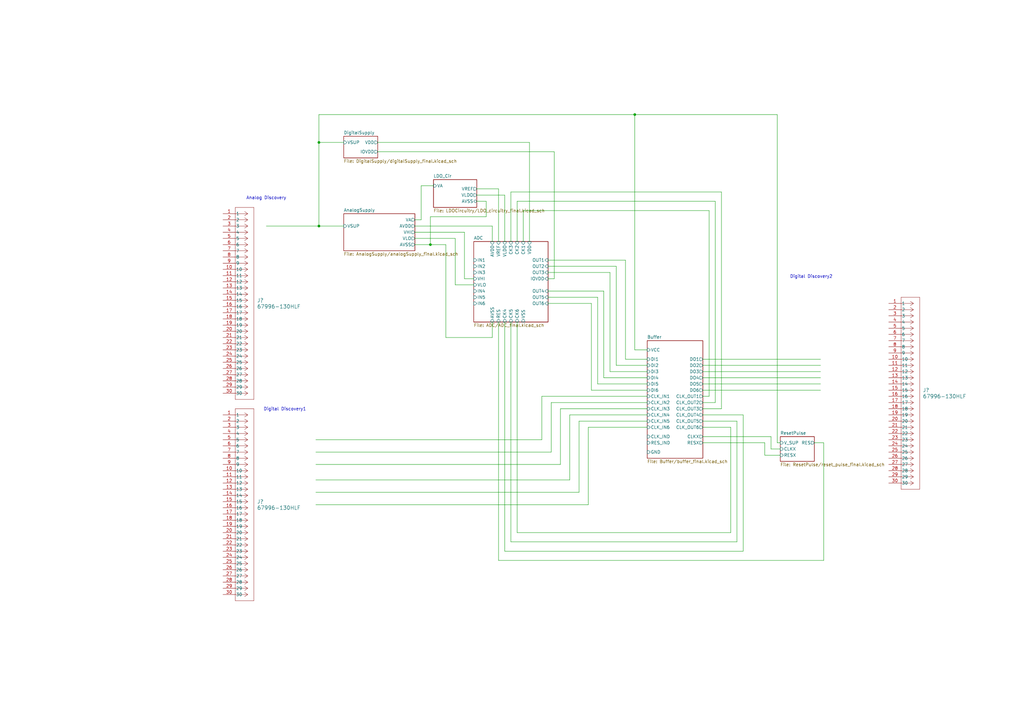
<source format=kicad_sch>
(kicad_sch (version 20231120) (generator "eeschema") (generator_version "8.0")
  (paper "A3")
  (lib_symbols
    (symbol "15x2Header:67996-130HLF" (pin_names (offset 0.254))
      (property "Reference" "J" (at 8.89 6.35 0))
      (property "Value" "67996-130HLF" (at 0 0 0))
      (symbol "67996-130HLF_1_1"
        (polyline (pts (xy 5.08 -76.2) (xy 12.7 -76.2)) (stroke (width 0.127)))
        (polyline (pts (xy 5.08 2.54) (xy 5.08 -76.2)) (stroke (width 0.127)))
        (polyline (pts (xy 10.16 -73.66) (xy 5.08 -73.66)) (stroke (width 0.127)))
        (polyline (pts (xy 10.16 -73.66) (xy 8.89 -74.5067)) (stroke (width 0.127)))
        (polyline (pts (xy 10.16 -73.66) (xy 8.89 -72.8133)) (stroke (width 0.127)))
        (polyline (pts (xy 10.16 -71.12) (xy 5.08 -71.12)) (stroke (width 0.127)))
        (polyline (pts (xy 10.16 -71.12) (xy 8.89 -71.9667)) (stroke (width 0.127)))
        (polyline (pts (xy 10.16 -71.12) (xy 8.89 -70.2733)) (stroke (width 0.127)))
        (polyline (pts (xy 10.16 -68.58) (xy 5.08 -68.58)) (stroke (width 0.127)))
        (polyline (pts (xy 10.16 -68.58) (xy 8.89 -69.4267)) (stroke (width 0.127)))
        (polyline (pts (xy 10.16 -68.58) (xy 8.89 -67.7333)) (stroke (width 0.127)))
        (polyline (pts (xy 10.16 -66.04) (xy 5.08 -66.04)) (stroke (width 0.127)))
        (polyline (pts (xy 10.16 -66.04) (xy 8.89 -66.8867)) (stroke (width 0.127)))
        (polyline (pts (xy 10.16 -66.04) (xy 8.89 -65.1933)) (stroke (width 0.127)))
        (polyline (pts (xy 10.16 -63.5) (xy 5.08 -63.5)) (stroke (width 0.127)))
        (polyline (pts (xy 10.16 -63.5) (xy 8.89 -64.3467)) (stroke (width 0.127)))
        (polyline (pts (xy 10.16 -63.5) (xy 8.89 -62.6533)) (stroke (width 0.127)))
        (polyline (pts (xy 10.16 -60.96) (xy 5.08 -60.96)) (stroke (width 0.127)))
        (polyline (pts (xy 10.16 -60.96) (xy 8.89 -61.8067)) (stroke (width 0.127)))
        (polyline (pts (xy 10.16 -60.96) (xy 8.89 -60.1133)) (stroke (width 0.127)))
        (polyline (pts (xy 10.16 -58.42) (xy 5.08 -58.42)) (stroke (width 0.127)))
        (polyline (pts (xy 10.16 -58.42) (xy 8.89 -59.2667)) (stroke (width 0.127)))
        (polyline (pts (xy 10.16 -58.42) (xy 8.89 -57.5733)) (stroke (width 0.127)))
        (polyline (pts (xy 10.16 -55.88) (xy 5.08 -55.88)) (stroke (width 0.127)))
        (polyline (pts (xy 10.16 -55.88) (xy 8.89 -56.7267)) (stroke (width 0.127)))
        (polyline (pts (xy 10.16 -55.88) (xy 8.89 -55.0333)) (stroke (width 0.127)))
        (polyline (pts (xy 10.16 -53.34) (xy 5.08 -53.34)) (stroke (width 0.127)))
        (polyline (pts (xy 10.16 -53.34) (xy 8.89 -54.1867)) (stroke (width 0.127)))
        (polyline (pts (xy 10.16 -53.34) (xy 8.89 -52.4933)) (stroke (width 0.127)))
        (polyline (pts (xy 10.16 -50.8) (xy 5.08 -50.8)) (stroke (width 0.127)))
        (polyline (pts (xy 10.16 -50.8) (xy 8.89 -51.6467)) (stroke (width 0.127)))
        (polyline (pts (xy 10.16 -50.8) (xy 8.89 -49.9533)) (stroke (width 0.127)))
        (polyline (pts (xy 10.16 -48.26) (xy 5.08 -48.26)) (stroke (width 0.127)))
        (polyline (pts (xy 10.16 -48.26) (xy 8.89 -49.1067)) (stroke (width 0.127)))
        (polyline (pts (xy 10.16 -48.26) (xy 8.89 -47.4133)) (stroke (width 0.127)))
        (polyline (pts (xy 10.16 -45.72) (xy 5.08 -45.72)) (stroke (width 0.127)))
        (polyline (pts (xy 10.16 -45.72) (xy 8.89 -46.5667)) (stroke (width 0.127)))
        (polyline (pts (xy 10.16 -45.72) (xy 8.89 -44.8733)) (stroke (width 0.127)))
        (polyline (pts (xy 10.16 -43.18) (xy 5.08 -43.18)) (stroke (width 0.127)))
        (polyline (pts (xy 10.16 -43.18) (xy 8.89 -44.0267)) (stroke (width 0.127)))
        (polyline (pts (xy 10.16 -43.18) (xy 8.89 -42.3333)) (stroke (width 0.127)))
        (polyline (pts (xy 10.16 -40.64) (xy 5.08 -40.64)) (stroke (width 0.127)))
        (polyline (pts (xy 10.16 -40.64) (xy 8.89 -41.4867)) (stroke (width 0.127)))
        (polyline (pts (xy 10.16 -40.64) (xy 8.89 -39.7933)) (stroke (width 0.127)))
        (polyline (pts (xy 10.16 -38.1) (xy 5.08 -38.1)) (stroke (width 0.127)))
        (polyline (pts (xy 10.16 -38.1) (xy 8.89 -38.9467)) (stroke (width 0.127)))
        (polyline (pts (xy 10.16 -38.1) (xy 8.89 -37.2533)) (stroke (width 0.127)))
        (polyline (pts (xy 10.16 -35.56) (xy 5.08 -35.56)) (stroke (width 0.127)))
        (polyline (pts (xy 10.16 -35.56) (xy 8.89 -36.4067)) (stroke (width 0.127)))
        (polyline (pts (xy 10.16 -35.56) (xy 8.89 -34.7133)) (stroke (width 0.127)))
        (polyline (pts (xy 10.16 -33.02) (xy 5.08 -33.02)) (stroke (width 0.127)))
        (polyline (pts (xy 10.16 -33.02) (xy 8.89 -33.8667)) (stroke (width 0.127)))
        (polyline (pts (xy 10.16 -33.02) (xy 8.89 -32.1733)) (stroke (width 0.127)))
        (polyline (pts (xy 10.16 -30.48) (xy 5.08 -30.48)) (stroke (width 0.127)))
        (polyline (pts (xy 10.16 -30.48) (xy 8.89 -31.3267)) (stroke (width 0.127)))
        (polyline (pts (xy 10.16 -30.48) (xy 8.89 -29.6333)) (stroke (width 0.127)))
        (polyline (pts (xy 10.16 -27.94) (xy 5.08 -27.94)) (stroke (width 0.127)))
        (polyline (pts (xy 10.16 -27.94) (xy 8.89 -28.7867)) (stroke (width 0.127)))
        (polyline (pts (xy 10.16 -27.94) (xy 8.89 -27.0933)) (stroke (width 0.127)))
        (polyline (pts (xy 10.16 -25.4) (xy 5.08 -25.4)) (stroke (width 0.127)))
        (polyline (pts (xy 10.16 -25.4) (xy 8.89 -26.2467)) (stroke (width 0.127)))
        (polyline (pts (xy 10.16 -25.4) (xy 8.89 -24.5533)) (stroke (width 0.127)))
        (polyline (pts (xy 10.16 -22.86) (xy 5.08 -22.86)) (stroke (width 0.127)))
        (polyline (pts (xy 10.16 -22.86) (xy 8.89 -23.7067)) (stroke (width 0.127)))
        (polyline (pts (xy 10.16 -22.86) (xy 8.89 -22.0133)) (stroke (width 0.127)))
        (polyline (pts (xy 10.16 -20.32) (xy 5.08 -20.32)) (stroke (width 0.127)))
        (polyline (pts (xy 10.16 -20.32) (xy 8.89 -21.1667)) (stroke (width 0.127)))
        (polyline (pts (xy 10.16 -20.32) (xy 8.89 -19.4733)) (stroke (width 0.127)))
        (polyline (pts (xy 10.16 -17.78) (xy 5.08 -17.78)) (stroke (width 0.127)))
        (polyline (pts (xy 10.16 -17.78) (xy 8.89 -18.6267)) (stroke (width 0.127)))
        (polyline (pts (xy 10.16 -17.78) (xy 8.89 -16.9333)) (stroke (width 0.127)))
        (polyline (pts (xy 10.16 -15.24) (xy 5.08 -15.24)) (stroke (width 0.127)))
        (polyline (pts (xy 10.16 -15.24) (xy 8.89 -16.0867)) (stroke (width 0.127)))
        (polyline (pts (xy 10.16 -15.24) (xy 8.89 -14.3933)) (stroke (width 0.127)))
        (polyline (pts (xy 10.16 -12.7) (xy 5.08 -12.7)) (stroke (width 0.127)))
        (polyline (pts (xy 10.16 -12.7) (xy 8.89 -13.5467)) (stroke (width 0.127)))
        (polyline (pts (xy 10.16 -12.7) (xy 8.89 -11.8533)) (stroke (width 0.127)))
        (polyline (pts (xy 10.16 -10.16) (xy 5.08 -10.16)) (stroke (width 0.127)))
        (polyline (pts (xy 10.16 -10.16) (xy 8.89 -11.0067)) (stroke (width 0.127)))
        (polyline (pts (xy 10.16 -10.16) (xy 8.89 -9.3133)) (stroke (width 0.127)))
        (polyline (pts (xy 10.16 -7.62) (xy 5.08 -7.62)) (stroke (width 0.127)))
        (polyline (pts (xy 10.16 -7.62) (xy 8.89 -8.4667)) (stroke (width 0.127)))
        (polyline (pts (xy 10.16 -7.62) (xy 8.89 -6.7733)) (stroke (width 0.127)))
        (polyline (pts (xy 10.16 -5.08) (xy 5.08 -5.08)) (stroke (width 0.127)))
        (polyline (pts (xy 10.16 -5.08) (xy 8.89 -5.9267)) (stroke (width 0.127)))
        (polyline (pts (xy 10.16 -5.08) (xy 8.89 -4.2333)) (stroke (width 0.127)))
        (polyline (pts (xy 10.16 -2.54) (xy 5.08 -2.54)) (stroke (width 0.127)))
        (polyline (pts (xy 10.16 -2.54) (xy 8.89 -3.3867)) (stroke (width 0.127)))
        (polyline (pts (xy 10.16 -2.54) (xy 8.89 -1.6933)) (stroke (width 0.127)))
        (polyline (pts (xy 10.16 0) (xy 5.08 0)) (stroke (width 0.127)))
        (polyline (pts (xy 10.16 0) (xy 8.89 -0.8467)) (stroke (width 0.127)))
        (polyline (pts (xy 10.16 0) (xy 8.89 0.8467)) (stroke (width 0.127)))
        (polyline (pts (xy 12.7 -76.2) (xy 12.7 2.54)) (stroke (width 0.127)))
        (polyline (pts (xy 12.7 2.54) (xy 5.08 2.54)) (stroke (width 0.127)))
        (pin unspecified line (at 0 0 0) (length 5.08) (name "1") (number "1"))
        (pin unspecified line (at 0 -22.86 0) (length 5.08) (name "10") (number "10"))
        (pin unspecified line (at 0 -25.4 0) (length 5.08) (name "11") (number "11"))
        (pin unspecified line (at 0 -27.94 0) (length 5.08) (name "12") (number "12"))
        (pin unspecified line (at 0 -30.48 0) (length 5.08) (name "13") (number "13"))
        (pin unspecified line (at 0 -33.02 0) (length 5.08) (name "14") (number "14"))
        (pin unspecified line (at 0 -35.56 0) (length 5.08) (name "15") (number "15"))
        (pin unspecified line (at 0 -38.1 0) (length 5.08) (name "16") (number "16"))
        (pin unspecified line (at 0 -40.64 0) (length 5.08) (name "17") (number "17"))
        (pin unspecified line (at 0 -43.18 0) (length 5.08) (name "18") (number "18"))
        (pin unspecified line (at 0 -45.72 0) (length 5.08) (name "19") (number "19"))
        (pin unspecified line (at 0 -2.54 0) (length 5.08) (name "2") (number "2"))
        (pin unspecified line (at 0 -48.26 0) (length 5.08) (name "20") (number "20"))
        (pin unspecified line (at 0 -50.8 0) (length 5.08) (name "21") (number "21"))
        (pin unspecified line (at 0 -53.34 0) (length 5.08) (name "22") (number "22"))
        (pin unspecified line (at 0 -55.88 0) (length 5.08) (name "23") (number "23"))
        (pin unspecified line (at 0 -58.42 0) (length 5.08) (name "24") (number "24"))
        (pin unspecified line (at 0 -60.96 0) (length 5.08) (name "25") (number "25"))
        (pin unspecified line (at 0 -63.5 0) (length 5.08) (name "26") (number "26"))
        (pin unspecified line (at 0 -66.04 0) (length 5.08) (name "27") (number "27"))
        (pin unspecified line (at 0 -68.58 0) (length 5.08) (name "28") (number "28"))
        (pin unspecified line (at 0 -71.12 0) (length 5.08) (name "29") (number "29"))
        (pin unspecified line (at 0 -5.08 0) (length 5.08) (name "3") (number "3"))
        (pin unspecified line (at 0 -73.66 0) (length 5.08) (name "30") (number "30"))
        (pin unspecified line (at 0 -7.62 0) (length 5.08) (name "4") (number "4"))
        (pin unspecified line (at 0 -10.16 0) (length 5.08) (name "5") (number "5"))
        (pin unspecified line (at 0 -12.7 0) (length 5.08) (name "6") (number "6"))
        (pin unspecified line (at 0 -15.24 0) (length 5.08) (name "7") (number "7"))
        (pin unspecified line (at 0 -17.78 0) (length 5.08) (name "8") (number "8"))
        (pin unspecified line (at 0 -20.32 0) (length 5.08) (name "9") (number "9"))
      )
      (symbol "67996-130HLF_1_2"
        (polyline (pts (xy 5.08 -76.2) (xy 12.7 -76.2)) (stroke (width 0.127)))
        (polyline (pts (xy 5.08 2.54) (xy 5.08 -76.2)) (stroke (width 0.127)))
        (polyline (pts (xy 7.62 -73.66) (xy 5.08 -73.66)) (stroke (width 0.127)))
        (polyline (pts (xy 7.62 -73.66) (xy 8.89 -74.5067)) (stroke (width 0.127)))
        (polyline (pts (xy 7.62 -73.66) (xy 8.89 -72.8133)) (stroke (width 0.127)))
        (polyline (pts (xy 7.62 -71.12) (xy 5.08 -71.12)) (stroke (width 0.127)))
        (polyline (pts (xy 7.62 -71.12) (xy 8.89 -71.9667)) (stroke (width 0.127)))
        (polyline (pts (xy 7.62 -71.12) (xy 8.89 -70.2733)) (stroke (width 0.127)))
        (polyline (pts (xy 7.62 -68.58) (xy 5.08 -68.58)) (stroke (width 0.127)))
        (polyline (pts (xy 7.62 -68.58) (xy 8.89 -69.4267)) (stroke (width 0.127)))
        (polyline (pts (xy 7.62 -68.58) (xy 8.89 -67.7333)) (stroke (width 0.127)))
        (polyline (pts (xy 7.62 -66.04) (xy 5.08 -66.04)) (stroke (width 0.127)))
        (polyline (pts (xy 7.62 -66.04) (xy 8.89 -66.8867)) (stroke (width 0.127)))
        (polyline (pts (xy 7.62 -66.04) (xy 8.89 -65.1933)) (stroke (width 0.127)))
        (polyline (pts (xy 7.62 -63.5) (xy 5.08 -63.5)) (stroke (width 0.127)))
        (polyline (pts (xy 7.62 -63.5) (xy 8.89 -64.3467)) (stroke (width 0.127)))
        (polyline (pts (xy 7.62 -63.5) (xy 8.89 -62.6533)) (stroke (width 0.127)))
        (polyline (pts (xy 7.62 -60.96) (xy 5.08 -60.96)) (stroke (width 0.127)))
        (polyline (pts (xy 7.62 -60.96) (xy 8.89 -61.8067)) (stroke (width 0.127)))
        (polyline (pts (xy 7.62 -60.96) (xy 8.89 -60.1133)) (stroke (width 0.127)))
        (polyline (pts (xy 7.62 -58.42) (xy 5.08 -58.42)) (stroke (width 0.127)))
        (polyline (pts (xy 7.62 -58.42) (xy 8.89 -59.2667)) (stroke (width 0.127)))
        (polyline (pts (xy 7.62 -58.42) (xy 8.89 -57.5733)) (stroke (width 0.127)))
        (polyline (pts (xy 7.62 -55.88) (xy 5.08 -55.88)) (stroke (width 0.127)))
        (polyline (pts (xy 7.62 -55.88) (xy 8.89 -56.7267)) (stroke (width 0.127)))
        (polyline (pts (xy 7.62 -55.88) (xy 8.89 -55.0333)) (stroke (width 0.127)))
        (polyline (pts (xy 7.62 -53.34) (xy 5.08 -53.34)) (stroke (width 0.127)))
        (polyline (pts (xy 7.62 -53.34) (xy 8.89 -54.1867)) (stroke (width 0.127)))
        (polyline (pts (xy 7.62 -53.34) (xy 8.89 -52.4933)) (stroke (width 0.127)))
        (polyline (pts (xy 7.62 -50.8) (xy 5.08 -50.8)) (stroke (width 0.127)))
        (polyline (pts (xy 7.62 -50.8) (xy 8.89 -51.6467)) (stroke (width 0.127)))
        (polyline (pts (xy 7.62 -50.8) (xy 8.89 -49.9533)) (stroke (width 0.127)))
        (polyline (pts (xy 7.62 -48.26) (xy 5.08 -48.26)) (stroke (width 0.127)))
        (polyline (pts (xy 7.62 -48.26) (xy 8.89 -49.1067)) (stroke (width 0.127)))
        (polyline (pts (xy 7.62 -48.26) (xy 8.89 -47.4133)) (stroke (width 0.127)))
        (polyline (pts (xy 7.62 -45.72) (xy 5.08 -45.72)) (stroke (width 0.127)))
        (polyline (pts (xy 7.62 -45.72) (xy 8.89 -46.5667)) (stroke (width 0.127)))
        (polyline (pts (xy 7.62 -45.72) (xy 8.89 -44.8733)) (stroke (width 0.127)))
        (polyline (pts (xy 7.62 -43.18) (xy 5.08 -43.18)) (stroke (width 0.127)))
        (polyline (pts (xy 7.62 -43.18) (xy 8.89 -44.0267)) (stroke (width 0.127)))
        (polyline (pts (xy 7.62 -43.18) (xy 8.89 -42.3333)) (stroke (width 0.127)))
        (polyline (pts (xy 7.62 -40.64) (xy 5.08 -40.64)) (stroke (width 0.127)))
        (polyline (pts (xy 7.62 -40.64) (xy 8.89 -41.4867)) (stroke (width 0.127)))
        (polyline (pts (xy 7.62 -40.64) (xy 8.89 -39.7933)) (stroke (width 0.127)))
        (polyline (pts (xy 7.62 -38.1) (xy 5.08 -38.1)) (stroke (width 0.127)))
        (polyline (pts (xy 7.62 -38.1) (xy 8.89 -38.9467)) (stroke (width 0.127)))
        (polyline (pts (xy 7.62 -38.1) (xy 8.89 -37.2533)) (stroke (width 0.127)))
        (polyline (pts (xy 7.62 -35.56) (xy 5.08 -35.56)) (stroke (width 0.127)))
        (polyline (pts (xy 7.62 -35.56) (xy 8.89 -36.4067)) (stroke (width 0.127)))
        (polyline (pts (xy 7.62 -35.56) (xy 8.89 -34.7133)) (stroke (width 0.127)))
        (polyline (pts (xy 7.62 -33.02) (xy 5.08 -33.02)) (stroke (width 0.127)))
        (polyline (pts (xy 7.62 -33.02) (xy 8.89 -33.8667)) (stroke (width 0.127)))
        (polyline (pts (xy 7.62 -33.02) (xy 8.89 -32.1733)) (stroke (width 0.127)))
        (polyline (pts (xy 7.62 -30.48) (xy 5.08 -30.48)) (stroke (width 0.127)))
        (polyline (pts (xy 7.62 -30.48) (xy 8.89 -31.3267)) (stroke (width 0.127)))
        (polyline (pts (xy 7.62 -30.48) (xy 8.89 -29.6333)) (stroke (width 0.127)))
        (polyline (pts (xy 7.62 -27.94) (xy 5.08 -27.94)) (stroke (width 0.127)))
        (polyline (pts (xy 7.62 -27.94) (xy 8.89 -28.7867)) (stroke (width 0.127)))
        (polyline (pts (xy 7.62 -27.94) (xy 8.89 -27.0933)) (stroke (width 0.127)))
        (polyline (pts (xy 7.62 -25.4) (xy 5.08 -25.4)) (stroke (width 0.127)))
        (polyline (pts (xy 7.62 -25.4) (xy 8.89 -26.2467)) (stroke (width 0.127)))
        (polyline (pts (xy 7.62 -25.4) (xy 8.89 -24.5533)) (stroke (width 0.127)))
        (polyline (pts (xy 7.62 -22.86) (xy 5.08 -22.86)) (stroke (width 0.127)))
        (polyline (pts (xy 7.62 -22.86) (xy 8.89 -23.7067)) (stroke (width 0.127)))
        (polyline (pts (xy 7.62 -22.86) (xy 8.89 -22.0133)) (stroke (width 0.127)))
        (polyline (pts (xy 7.62 -20.32) (xy 5.08 -20.32)) (stroke (width 0.127)))
        (polyline (pts (xy 7.62 -20.32) (xy 8.89 -21.1667)) (stroke (width 0.127)))
        (polyline (pts (xy 7.62 -20.32) (xy 8.89 -19.4733)) (stroke (width 0.127)))
        (polyline (pts (xy 7.62 -17.78) (xy 5.08 -17.78)) (stroke (width 0.127)))
        (polyline (pts (xy 7.62 -17.78) (xy 8.89 -18.6267)) (stroke (width 0.127)))
        (polyline (pts (xy 7.62 -17.78) (xy 8.89 -16.9333)) (stroke (width 0.127)))
        (polyline (pts (xy 7.62 -15.24) (xy 5.08 -15.24)) (stroke (width 0.127)))
        (polyline (pts (xy 7.62 -15.24) (xy 8.89 -16.0867)) (stroke (width 0.127)))
        (polyline (pts (xy 7.62 -15.24) (xy 8.89 -14.3933)) (stroke (width 0.127)))
        (polyline (pts (xy 7.62 -12.7) (xy 5.08 -12.7)) (stroke (width 0.127)))
        (polyline (pts (xy 7.62 -12.7) (xy 8.89 -13.5467)) (stroke (width 0.127)))
        (polyline (pts (xy 7.62 -12.7) (xy 8.89 -11.8533)) (stroke (width 0.127)))
        (polyline (pts (xy 7.62 -10.16) (xy 5.08 -10.16)) (stroke (width 0.127)))
        (polyline (pts (xy 7.62 -10.16) (xy 8.89 -11.0067)) (stroke (width 0.127)))
        (polyline (pts (xy 7.62 -10.16) (xy 8.89 -9.3133)) (stroke (width 0.127)))
        (polyline (pts (xy 7.62 -7.62) (xy 5.08 -7.62)) (stroke (width 0.127)))
        (polyline (pts (xy 7.62 -7.62) (xy 8.89 -8.4667)) (stroke (width 0.127)))
        (polyline (pts (xy 7.62 -7.62) (xy 8.89 -6.7733)) (stroke (width 0.127)))
        (polyline (pts (xy 7.62 -5.08) (xy 5.08 -5.08)) (stroke (width 0.127)))
        (polyline (pts (xy 7.62 -5.08) (xy 8.89 -5.9267)) (stroke (width 0.127)))
        (polyline (pts (xy 7.62 -5.08) (xy 8.89 -4.2333)) (stroke (width 0.127)))
        (polyline (pts (xy 7.62 -2.54) (xy 5.08 -2.54)) (stroke (width 0.127)))
        (polyline (pts (xy 7.62 -2.54) (xy 8.89 -3.3867)) (stroke (width 0.127)))
        (polyline (pts (xy 7.62 -2.54) (xy 8.89 -1.6933)) (stroke (width 0.127)))
        (polyline (pts (xy 7.62 0) (xy 5.08 0)) (stroke (width 0.127)))
        (polyline (pts (xy 7.62 0) (xy 8.89 -0.8467)) (stroke (width 0.127)))
        (polyline (pts (xy 7.62 0) (xy 8.89 0.8467)) (stroke (width 0.127)))
        (polyline (pts (xy 12.7 -76.2) (xy 12.7 2.54)) (stroke (width 0.127)))
        (polyline (pts (xy 12.7 2.54) (xy 5.08 2.54)) (stroke (width 0.127)))
        (pin unspecified line (at 0 0 0) (length 5.08) (name "1") (number "1"))
        (pin unspecified line (at 0 -22.86 0) (length 5.08) (name "10") (number "10"))
        (pin unspecified line (at 0 -25.4 0) (length 5.08) (name "11") (number "11"))
        (pin unspecified line (at 0 -27.94 0) (length 5.08) (name "12") (number "12"))
        (pin unspecified line (at 0 -30.48 0) (length 5.08) (name "13") (number "13"))
        (pin unspecified line (at 0 -33.02 0) (length 5.08) (name "14") (number "14"))
        (pin unspecified line (at 0 -35.56 0) (length 5.08) (name "15") (number "15"))
        (pin unspecified line (at 0 -38.1 0) (length 5.08) (name "16") (number "16"))
        (pin unspecified line (at 0 -40.64 0) (length 5.08) (name "17") (number "17"))
        (pin unspecified line (at 0 -43.18 0) (length 5.08) (name "18") (number "18"))
        (pin unspecified line (at 0 -45.72 0) (length 5.08) (name "19") (number "19"))
        (pin unspecified line (at 0 -2.54 0) (length 5.08) (name "2") (number "2"))
        (pin unspecified line (at 0 -48.26 0) (length 5.08) (name "20") (number "20"))
        (pin unspecified line (at 0 -50.8 0) (length 5.08) (name "21") (number "21"))
        (pin unspecified line (at 0 -53.34 0) (length 5.08) (name "22") (number "22"))
        (pin unspecified line (at 0 -55.88 0) (length 5.08) (name "23") (number "23"))
        (pin unspecified line (at 0 -58.42 0) (length 5.08) (name "24") (number "24"))
        (pin unspecified line (at 0 -60.96 0) (length 5.08) (name "25") (number "25"))
        (pin unspecified line (at 0 -63.5 0) (length 5.08) (name "26") (number "26"))
        (pin unspecified line (at 0 -66.04 0) (length 5.08) (name "27") (number "27"))
        (pin unspecified line (at 0 -68.58 0) (length 5.08) (name "28") (number "28"))
        (pin unspecified line (at 0 -71.12 0) (length 5.08) (name "29") (number "29"))
        (pin unspecified line (at 0 -5.08 0) (length 5.08) (name "3") (number "3"))
        (pin unspecified line (at 0 -73.66 0) (length 5.08) (name "30") (number "30"))
        (pin unspecified line (at 0 -7.62 0) (length 5.08) (name "4") (number "4"))
        (pin unspecified line (at 0 -10.16 0) (length 5.08) (name "5") (number "5"))
        (pin unspecified line (at 0 -12.7 0) (length 5.08) (name "6") (number "6"))
        (pin unspecified line (at 0 -15.24 0) (length 5.08) (name "7") (number "7"))
        (pin unspecified line (at 0 -17.78 0) (length 5.08) (name "8") (number "8"))
        (pin unspecified line (at 0 -20.32 0) (length 5.08) (name "9") (number "9"))
      )
    )
  )
  (junction (at 130.81 58.42))
  (junction (at 176.53 100.33))
  (junction (at 260.35 46.99))
  (junction (at 130.81 92.71))
  (wire (pts (xy 129.54 190.5) (xy 229.87 190.5)))
  (wire (pts (xy 288.29 152.4) (xy 336.55 152.4)))
  (wire (pts (xy 302.26 222.25) (xy 209.55 222.25)))
  (wire (pts (xy 288.29 167.64) (xy 295.91 167.64)))
  (wire (pts (xy 250.19 152.4) (xy 265.43 152.4)))
  (wire (pts (xy 212.09 82.55) (xy 212.09 99.06)))
  (wire (pts (xy 288.29 157.48) (xy 336.55 157.48)))
  (wire (pts (xy 129.54 185.42) (xy 226.06 185.42)))
  (wire (pts (xy 176.53 100.33) (xy 182.88 100.33)))
  (wire (pts (xy 195.58 77.47) (xy 204.47 77.47)))
  (wire (pts (xy 224.79 119.38) (xy 247.65 119.38)))
  (wire (pts (xy 226.06 165.1) (xy 226.06 185.42)))
  (wire (pts (xy 130.81 46.99) (xy 260.35 46.99)))
  (wire (pts (xy 182.88 138.43) (xy 201.93 138.43)))
  (wire (pts (xy 302.26 172.72) (xy 302.26 222.25)))
  (wire (pts (xy 224.79 106.68) (xy 256.54 106.68)))
  (wire (pts (xy 204.47 132.08) (xy 204.47 229.87)))
  (wire (pts (xy 170.18 97.79) (xy 186.69 97.79)))
  (wire (pts (xy 304.8 226.06) (xy 207.01 226.06)))
  (wire (pts (xy 172.72 76.2) (xy 177.8 76.2)))
  (wire (pts (xy 129.54 180.34) (xy 222.25 180.34)))
  (wire (pts (xy 288.29 181.61) (xy 313.69 181.61)))
  (wire (pts (xy 288.29 147.32) (xy 336.55 147.32)))
  (wire (pts (xy 288.29 149.86) (xy 336.55 149.86)))
  (wire (pts (xy 154.94 62.23) (xy 227.33 62.23)))
  (wire (pts (xy 337.82 181.61) (xy 337.82 229.87)))
  (wire (pts (xy 129.54 196.85) (xy 233.68 196.85)))
  (wire (pts (xy 316.23 184.15) (xy 320.04 184.15)))
  (wire (pts (xy 224.79 121.92) (xy 245.11 121.92)))
  (wire (pts (xy 129.54 207.01) (xy 241.3 207.01)))
  (wire (pts (xy 233.68 170.18) (xy 233.68 196.85)))
  (wire (pts (xy 214.63 86.36) (xy 214.63 99.06)))
  (wire (pts (xy 242.57 124.46) (xy 242.57 160.02)))
  (wire (pts (xy 186.69 97.79) (xy 186.69 116.84)))
  (wire (pts (xy 245.11 121.92) (xy 245.11 157.48)))
  (wire (pts (xy 182.88 100.33) (xy 182.88 138.43)))
  (wire (pts (xy 204.47 77.47) (xy 204.47 99.06)))
  (wire (pts (xy 316.23 179.07) (xy 316.23 184.15)))
  (wire (pts (xy 252.73 109.22) (xy 252.73 149.86)))
  (wire (pts (xy 154.94 58.42) (xy 217.17 58.42)))
  (wire (pts (xy 260.35 143.51) (xy 260.35 46.99)))
  (wire (pts (xy 304.8 170.18) (xy 304.8 226.06)))
  (wire (pts (xy 222.25 162.56) (xy 222.25 180.34)))
  (wire (pts (xy 224.79 124.46) (xy 242.57 124.46)))
  (wire (pts (xy 288.29 172.72) (xy 302.26 172.72)))
  (wire (pts (xy 241.3 175.26) (xy 241.3 207.01)))
  (wire (pts (xy 227.33 114.3) (xy 224.79 114.3)))
  (wire (pts (xy 195.58 82.55) (xy 199.39 82.55)))
  (wire (pts (xy 130.81 58.42) (xy 130.81 92.71)))
  (wire (pts (xy 212.09 218.44) (xy 212.09 132.08)))
  (wire (pts (xy 172.72 90.17) (xy 170.18 90.17)))
  (wire (pts (xy 130.81 92.71) (xy 140.97 92.71)))
  (wire (pts (xy 293.37 82.55) (xy 212.09 82.55)))
  (wire (pts (xy 265.43 162.56) (xy 222.25 162.56)))
  (wire (pts (xy 217.17 58.42) (xy 217.17 99.06)))
  (wire (pts (xy 288.29 165.1) (xy 293.37 165.1)))
  (wire (pts (xy 290.83 86.36) (xy 214.63 86.36)))
  (wire (pts (xy 265.43 175.26) (xy 241.3 175.26)))
  (wire (pts (xy 237.49 172.72) (xy 237.49 201.93)))
  (wire (pts (xy 245.11 157.48) (xy 265.43 157.48)))
  (wire (pts (xy 170.18 95.25) (xy 190.5 95.25)))
  (wire (pts (xy 209.55 78.74) (xy 209.55 99.06)))
  (wire (pts (xy 265.43 165.1) (xy 226.06 165.1)))
  (wire (pts (xy 265.43 167.64) (xy 229.87 167.64)))
  (wire (pts (xy 172.72 76.2) (xy 172.72 90.17)))
  (wire (pts (xy 207.01 80.01) (xy 207.01 99.06)))
  (wire (pts (xy 199.39 82.55) (xy 199.39 88.9)))
  (wire (pts (xy 227.33 62.23) (xy 227.33 114.3)))
  (wire (pts (xy 252.73 149.86) (xy 265.43 149.86)))
  (wire (pts (xy 190.5 114.3) (xy 194.31 114.3)))
  (wire (pts (xy 201.93 92.71) (xy 201.93 99.06)))
  (wire (pts (xy 290.83 162.56) (xy 290.83 86.36)))
  (wire (pts (xy 209.55 222.25) (xy 209.55 132.08)))
  (wire (pts (xy 176.53 88.9) (xy 176.53 100.33)))
  (wire (pts (xy 288.29 160.02) (xy 336.55 160.02)))
  (wire (pts (xy 109.22 92.71) (xy 130.81 92.71)))
  (wire (pts (xy 207.01 226.06) (xy 207.01 132.08)))
  (wire (pts (xy 170.18 100.33) (xy 176.53 100.33)))
  (wire (pts (xy 288.29 179.07) (xy 316.23 179.07)))
  (wire (pts (xy 265.43 172.72) (xy 237.49 172.72)))
  (wire (pts (xy 247.65 119.38) (xy 247.65 154.94)))
  (wire (pts (xy 229.87 167.64) (xy 229.87 190.5)))
  (wire (pts (xy 337.82 229.87) (xy 204.47 229.87)))
  (wire (pts (xy 313.69 186.69) (xy 320.04 186.69)))
  (wire (pts (xy 260.35 46.99) (xy 318.77 46.99)))
  (wire (pts (xy 130.81 58.42) (xy 130.81 46.99)))
  (wire (pts (xy 299.72 175.26) (xy 299.72 218.44)))
  (wire (pts (xy 318.77 46.99) (xy 318.77 181.61)))
  (wire (pts (xy 265.43 143.51) (xy 260.35 143.51)))
  (wire (pts (xy 288.29 175.26) (xy 299.72 175.26)))
  (wire (pts (xy 334.01 181.61) (xy 337.82 181.61)))
  (wire (pts (xy 201.93 138.43) (xy 201.93 132.08)))
  (wire (pts (xy 265.43 170.18) (xy 233.68 170.18)))
  (wire (pts (xy 190.5 95.25) (xy 190.5 114.3)))
  (wire (pts (xy 242.57 160.02) (xy 265.43 160.02)))
  (wire (pts (xy 318.77 181.61) (xy 320.04 181.61)))
  (wire (pts (xy 288.29 162.56) (xy 290.83 162.56)))
  (wire (pts (xy 224.79 111.76) (xy 250.19 111.76)))
  (wire (pts (xy 288.29 170.18) (xy 304.8 170.18)))
  (wire (pts (xy 224.79 109.22) (xy 252.73 109.22)))
  (wire (pts (xy 288.29 154.94) (xy 336.55 154.94)))
  (wire (pts (xy 313.69 181.61) (xy 313.69 186.69)))
  (wire (pts (xy 195.58 80.01) (xy 207.01 80.01)))
  (wire (pts (xy 295.91 78.74) (xy 209.55 78.74)))
  (wire (pts (xy 293.37 165.1) (xy 293.37 82.55)))
  (wire (pts (xy 256.54 106.68) (xy 256.54 147.32)))
  (wire (pts (xy 140.97 58.42) (xy 130.81 58.42)))
  (wire (pts (xy 129.54 201.93) (xy 237.49 201.93)))
  (wire (pts (xy 186.69 116.84) (xy 194.31 116.84)))
  (wire (pts (xy 250.19 111.76) (xy 250.19 152.4)))
  (wire (pts (xy 170.18 92.71) (xy 201.93 92.71)))
  (wire (pts (xy 299.72 218.44) (xy 212.09 218.44)))
  (wire (pts (xy 199.39 88.9) (xy 176.53 88.9)))
  (wire (pts (xy 247.65 154.94) (xy 265.43 154.94)))
  (wire (pts (xy 256.54 147.32) (xy 265.43 147.32)))
  (wire (pts (xy 295.91 167.64) (xy 295.91 78.74)))
  (text "Analog Discovery" (at 109.22 81.28 0) (effects (font (size 1.27 1.27))))
  (text "Digital Discovery2\n\n\n" (at 332.74 115.57 0) (effects (font (size 1.27 1.27))))
  (text "Digital Discovery1\n\n" (at 116.84 168.91 0) (effects (font (size 1.27 1.27))))
  (symbol (lib_id "15x2Header:67996-130HLF") (at 364.49 124.46 0) (unit 1)
    (property "Reference" "J?" (at 378.46 160.0199 0) (effects (font (size 1.524 1.524)) (justify left)))
    (property "Value" "67996-130HLF" (at 378.46 162.5599 0) (effects (font (size 1.524 1.524)) (justify left)))
    (property "Footprint" "67996-130HLF_AMP" (effects (hide yes)))
    (property "Datasheet" "67996-130HLF" (effects (hide yes)))
  )
  (symbol (lib_id "15x2Header:67996-130HLF") (at 91.44 87.63 0) (unit 1)
    (property "Reference" "J?" (at 105.41 123.1899 0) (effects (font (size 1.524 1.524)) (justify left)))
    (property "Value" "67996-130HLF" (at 105.41 125.7299 0) (effects (font (size 1.524 1.524)) (justify left)))
    (property "Footprint" "67996-130HLF_AMP" (effects (hide yes)))
    (property "Datasheet" "67996-130HLF" (effects (hide yes)))
  )
  (symbol (lib_id "15x2Header:67996-130HLF") (at 91.44 170.18 0) (unit 1)
    (property "Reference" "J?" (at 105.41 205.7399 0) (effects (font (size 1.524 1.524)) (justify left)))
    (property "Value" "67996-130HLF" (at 105.41 208.2799 0) (effects (font (size 1.524 1.524)) (justify left)))
    (property "Footprint" "67996-130HLF_AMP" (effects (hide yes)))
    (property "Datasheet" "67996-130HLF" (effects (hide yes)))
  )
  (sheet (at 140.97 87.63) (size 29.21 15.24) (stroke (width 0.1524))
    (property "Sheetname" "AnalogSupply" (at 140.97 86.9184 0) (effects (justify left bottom)))
    (property "Sheetfile" "AnalogSupply/analogSupply_final.kicad_sch" (at 140.97 103.4546 0) (effects (justify left top)))
    (pin "VSUP" input (at 140.97 92.71 180))
    (pin "AVSS" output (at 170.18 100.33 0))
    (pin "AVDD" output (at 170.18 92.71 0))
    (pin "VLO" output (at 170.18 97.79 0))
    (pin "VHI" output (at 170.18 95.25 0))
    (pin "VA" output (at 170.18 90.17 0))
  )
  (sheet (at 177.8 73.66) (size 17.78 11.43) (stroke (width 0.1524))
    (property "Sheetname" "LDO_Cir" (at 177.8 72.9484 0) (effects (justify left bottom)))
    (property "Sheetfile" "LDOCircuitry/LDO_circuitry_final.kicad_sch" (at 177.8 85.6746 0) (effects (justify left top)))
    (pin "VA" input (at 177.8 76.2 180))
    (pin "AVSS" bidirectional (at 195.58 82.55 0))
    (pin "VLDO" output (at 195.58 80.01 0))
    (pin "VREF" output (at 195.58 77.47 0))
  )
  (sheet (at 194.31 99.06) (size 30.48 33.02) (stroke (width 0.1524))
    (property "Sheetname" "ADC" (at 194.31 98.3484 0) (effects (justify left bottom)))
    (property "Sheetfile" "ADC/ADC_final.kicad_sch" (at 194.31 132.6646 0) (effects (justify left top)))
    (pin "OUT3" input (at 224.79 111.76 0))
    (pin "OUT2" input (at 224.79 109.22 0))
    (pin "IOVDD" input (at 224.79 114.3 0))
    (pin "OUT1" input (at 224.79 106.68 0))
    (pin "CK6" input (at 212.09 132.08 270))
    (pin "VSS" input (at 214.63 132.08 270))
    (pin "AVSS" input (at 201.93 132.08 270))
    (pin "OUT4" input (at 224.79 119.38 0))
    (pin "OUT5" input (at 224.79 121.92 0))
    (pin "OUT6" input (at 224.79 124.46 0))
    (pin "RES" input (at 204.47 132.08 270))
    (pin "CK4" input (at 207.01 132.08 270))
    (pin "CK5" input (at 209.55 132.08 270))
    (pin "AVDD" input (at 201.93 99.06 90))
    (pin "VLDO" input (at 207.01 99.06 90))
    (pin "VREF" input (at 204.47 99.06 90))
    (pin "CK2" input (at 212.09 99.06 90))
    (pin "CK3" input (at 209.55 99.06 90))
    (pin "CK1" input (at 214.63 99.06 90))
    (pin "VDD" input (at 217.17 99.06 90))
    (pin "IN1" input (at 194.31 106.68 180))
    (pin "IN2" input (at 194.31 109.22 180))
    (pin "VLO" input (at 194.31 116.84 180))
    (pin "IN5" input (at 194.31 121.92 180))
    (pin "IN6" input (at 194.31 124.46 180))
    (pin "IN4" input (at 194.31 119.38 180))
    (pin "VHI" input (at 194.31 114.3 180))
    (pin "IN3" input (at 194.31 111.76 180))
  )
  (sheet (at 265.43 139.7) (size 22.86 48.26) (stroke (width 0.1524))
    (property "Sheetname" "Buffer" (at 265.43 138.9884 0) (effects (justify left bottom)))
    (property "Sheetfile" "Buffer/buffer_final.kicad_sch" (at 265.43 188.5446 0) (effects (justify left top)))
    (pin "DI6" input (at 265.43 160.02 180))
    (pin "DI5" input (at 265.43 157.48 180))
    (pin "DI4" input (at 265.43 154.94 180))
    (pin "DI2" input (at 265.43 149.86 180))
    (pin "DI3" input (at 265.43 152.4 180))
    (pin "DI1" input (at 265.43 147.32 180))
    (pin "GND" input (at 265.43 185.42 180))
    (pin "VCC" input (at 265.43 143.51 180))
    (pin "DO1" output (at 288.29 147.32 0))
    (pin "DO4" output (at 288.29 154.94 0))
    (pin "DO2" output (at 288.29 149.86 0))
    (pin "DO3" output (at 288.29 152.4 0))
    (pin "DO6" output (at 288.29 160.02 0))
    (pin "DO5" output (at 288.29 157.48 0))
    (pin "CLK_OUT1" output (at 288.29 162.56 0))
    (pin "CLK_OUT2" output (at 288.29 165.1 0))
    (pin "CLK_OUT3" output (at 288.29 167.64 0))
    (pin "CLK_OUT4" output (at 288.29 170.18 0))
    (pin "CLK_OUT5" output (at 288.29 172.72 0))
    (pin "CLK_OUT6" output (at 288.29 175.26 0))
    (pin "CLK_IN1" input (at 265.43 162.56 180))
    (pin "CLK_IN2" input (at 265.43 165.1 180))
    (pin "CLK_IN3" input (at 265.43 167.64 180))
    (pin "CLK_IN4" input (at 265.43 170.18 180))
    (pin "CLK_IN5" input (at 265.43 172.72 180))
    (pin "CLK_IN6" input (at 265.43 175.26 180))
    (pin "CLK_IND" input (at 265.43 179.07 180))
    (pin "RES_IND" input (at 265.43 181.61 180))
    (pin "RESX" output (at 288.29 181.61 0))
    (pin "CLKX" output (at 288.29 179.07 0))
  )
  (sheet (at 140.97 55.88) (size 13.97 8.89) (stroke (width 0.1524))
    (property "Sheetname" "DigitalSupply" (at 140.97 55.1684 0) (effects (justify left bottom)))
    (property "Sheetfile" "DigitalSupply/digitalSupply_final.kicad_sch" (at 140.97 65.3546 0) (effects (justify left top)))
    (pin "VSUP" input (at 140.97 58.42 180))
    (pin "IOVDD" output (at 154.94 62.23 0))
    (pin "VDD" output (at 154.94 58.42 0))
  )
  (sheet (at 320.04 179.07) (size 13.97 10.16) (stroke (width 0.1524))
    (property "Sheetname" "ResetPulse" (at 320.04 178.3584 0) (effects (justify left bottom)))
    (property "Sheetfile" "ResetPulse/reset_pulse_final.kicad_sch" (at 320.04 189.8146 0) (effects (justify left top)))
    (pin "CLKX" input (at 320.04 184.15 180))
    (pin "RESX" input (at 320.04 186.69 180))
    (pin "RES" output (at 334.01 181.61 0))
    (pin "V_SUP" input (at 320.04 181.61 180))
  )
)
</source>
